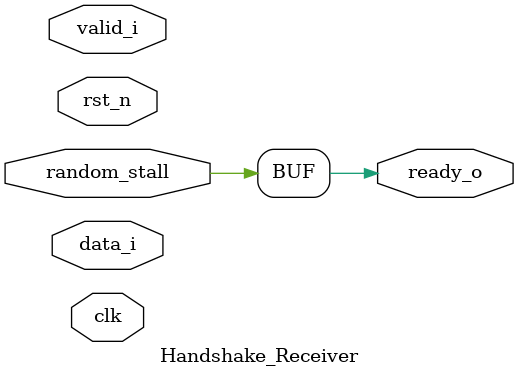
<source format=v>
module Handshake_Receiver(
    input               clk,
    input               rst_n,
    input               random_stall,
    input               valid_i,    //from post-stage
    input  [7:0]        data_i,     //from post-stage
    output              ready_o     //to post-stage

);

    assign ready_o = random_stall;

endmodule
</source>
